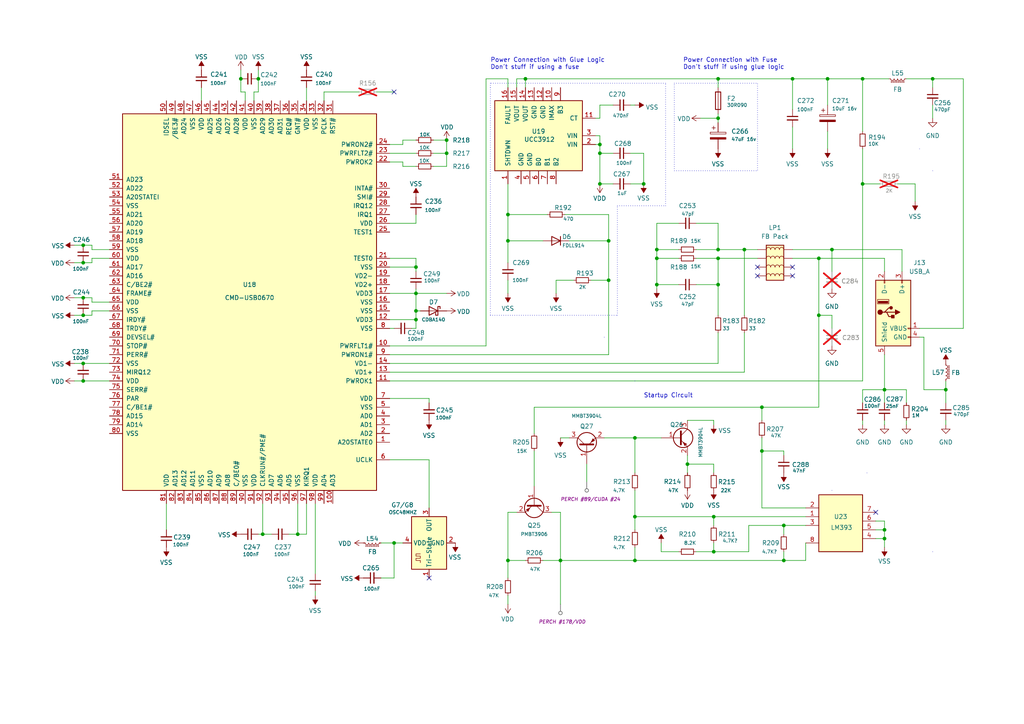
<source format=kicad_sch>
(kicad_sch (version 20230121) (generator eeschema)
  (paper "A4")
  (title_block (title "Power Macintosh G3 (Beige) Wings Personality Card USB Mod") (date "2024-07-21") (rev "1") (company "Schematic by @croissantking on the 68kMLA forums with invaluable help from @phipli"))
  (junction (at 270.51 22.86))
  (junction (at 24.13 91.44))
  (junction (at 120.65 77.47))
  (junction (at 162.56 162.56))
  (junction (at 74.93 22.86))
  (junction (at 76.2 154.94))
  (junction (at 190.5 72.39))
  (junction (at 190.5 74.93))
  (junction (at 69.85 22.86))
  (junction (at 173.99 41.91))
  (junction (at 24.13 86.36))
  (junction (at 227.33 162.56))
  (junction (at 199.39 134.62))
  (junction (at 24.13 71.12))
  (junction (at 240.03 22.86))
  (junction (at 256.54 156.21))
  (junction (at 184.15 162.56))
  (junction (at 208.28 22.86))
  (junction (at 250.19 53.34))
  (junction (at 120.65 92.71))
  (junction (at 24.13 105.41))
  (junction (at 147.32 69.85))
  (junction (at 229.87 22.86))
  (junction (at 173.99 44.45))
  (junction (at 186.69 53.34))
  (junction (at 215.9 72.39))
  (junction (at 237.49 91.44))
  (junction (at 24.13 110.49))
  (junction (at 176.53 81.28))
  (junction (at 208.28 72.39))
  (junction (at 184.15 127))
  (junction (at 152.4 22.86))
  (junction (at 120.65 90.17))
  (junction (at 147.32 162.56))
  (junction (at 237.49 74.93))
  (junction (at 220.98 118.11))
  (junction (at 147.32 62.23))
  (junction (at 256.54 153.67))
  (junction (at 207.01 149.86))
  (junction (at 129.54 40.64))
  (junction (at 24.13 76.2))
  (junction (at 241.3 72.39))
  (junction (at 250.19 22.86))
  (junction (at 190.5 82.55))
  (junction (at 274.32 113.03))
  (junction (at 173.99 53.34))
  (junction (at 184.15 149.86))
  (junction (at 208.28 74.93))
  (junction (at 256.54 113.03))
  (junction (at 176.53 69.85))
  (junction (at 114.3 157.48))
  (junction (at 207.01 160.02))
  (junction (at 208.28 82.55))
  (junction (at 208.28 34.29))
  (junction (at 86.36 154.94))
  (junction (at 120.65 85.09))
  (junction (at 129.54 44.45))
  (junction (at 227.33 152.4))
  (junction (at 220.98 130.81))
  (no_connect (at 229.87 80.01))
  (no_connect (at 219.71 77.47))
  (no_connect (at 254 148.59))
  (no_connect (at 124.46 167.64))
  (no_connect (at 219.71 80.01))
  (no_connect (at 114.3 26.67))
  (no_connect (at 229.87 77.47))
  (wire (pts (xy 71.12 26.67) (xy 71.12 29.21)))
  (wire (pts (xy 157.48 162.56) (xy 162.56 162.56)))
  (wire (pts (xy 24.13 110.49) (xy 31.75 110.49)))
  (wire (pts (xy 229.87 74.93) (xy 237.49 74.93)))
  (wire (pts (xy 256.54 121.92) (xy 256.54 123.19)))
  (wire (pts (xy 274.32 123.19) (xy 274.32 121.92)))
  (wire (pts (xy 171.45 81.28) (xy 176.53 81.28)))
  (wire (pts (xy 152.4 22.86) (xy 152.4 25.4)))
  (wire (pts (xy 270.51 25.4) (xy 270.51 22.86)))
  (wire (pts (xy 184.15 30.48) (xy 182.88 30.48)))
  (wire (pts (xy 215.9 96.52) (xy 215.9 107.95)))
  (wire (pts (xy 24.13 86.36) (xy 26.67 86.36)))
  (wire (pts (xy 208.28 22.86) (xy 208.28 25.4)))
  (wire (pts (xy 190.5 72.39) (xy 190.5 74.93)))
  (wire (pts (xy 207.01 149.86) (xy 233.68 149.86)))
  (wire (pts (xy 21.59 91.44) (xy 24.13 91.44)))
  (wire (pts (xy 208.28 74.93) (xy 208.28 82.55)))
  (wire (pts (xy 170.18 139.7) (xy 170.18 134.62)))
  (wire (pts (xy 279.4 22.86) (xy 279.4 95.25)))
  (wire (pts (xy 250.19 116.84) (xy 250.19 113.03)))
  (wire (pts (xy 229.87 22.86) (xy 240.03 22.86)))
  (wire (pts (xy 163.83 62.23) (xy 176.53 62.23)))
  (wire (pts (xy 83.82 154.94) (xy 86.36 154.94)))
  (wire (pts (xy 24.13 71.12) (xy 26.67 71.12)))
  (wire (pts (xy 73.66 29.21) (xy 73.66 26.67)))
  (wire (pts (xy 184.15 127) (xy 191.77 127)))
  (wire (pts (xy 184.15 162.56) (xy 227.33 162.56)))
  (wire (pts (xy 129.54 40.64) (xy 129.54 44.45)))
  (wire (pts (xy 113.03 115.57) (xy 124.46 115.57)))
  (wire (pts (xy 147.32 172.72) (xy 147.32 175.26)))
  (wire (pts (xy 113.03 64.77) (xy 120.65 64.77)))
  (polyline (pts (xy 193.04 59.69) (xy 193.04 24.13)) (stroke (width 0) (type dot)))
  (wire (pts (xy 173.99 30.48) (xy 177.8 30.48)))
  (wire (pts (xy 74.93 20.32) (xy 74.93 22.86)))
  (wire (pts (xy 237.49 74.93) (xy 237.49 91.44)))
  (wire (pts (xy 48.26 146.05) (xy 48.26 153.67)))
  (wire (pts (xy 176.53 62.23) (xy 176.53 69.85)))
  (wire (pts (xy 270.51 22.86) (xy 279.4 22.86)))
  (wire (pts (xy 152.4 22.86) (xy 208.28 22.86)))
  (wire (pts (xy 76.2 146.05) (xy 76.2 154.94)))
  (wire (pts (xy 113.03 107.95) (xy 215.9 107.95)))
  (wire (pts (xy 229.87 72.39) (xy 241.3 72.39)))
  (wire (pts (xy 113.03 105.41) (xy 208.28 105.41)))
  (wire (pts (xy 162.56 162.56) (xy 162.56 175.26)))
  (wire (pts (xy 74.93 154.94) (xy 76.2 154.94)))
  (wire (pts (xy 199.39 134.62) (xy 199.39 137.16)))
  (wire (pts (xy 250.19 43.18) (xy 250.19 53.34)))
  (wire (pts (xy 191.77 157.48) (xy 191.77 160.02)))
  (wire (pts (xy 274.32 113.03) (xy 274.32 110.49)))
  (wire (pts (xy 233.68 157.48) (xy 233.68 162.56)))
  (wire (pts (xy 177.8 53.34) (xy 173.99 53.34)))
  (wire (pts (xy 173.99 30.48) (xy 173.99 34.29)))
  (wire (pts (xy 69.85 26.67) (xy 71.12 26.67)))
  (wire (pts (xy 250.19 121.92) (xy 250.19 123.19)))
  (wire (pts (xy 113.03 44.45) (xy 120.65 44.45)))
  (wire (pts (xy 184.15 149.86) (xy 184.15 153.67)))
  (wire (pts (xy 26.67 91.44) (xy 24.13 91.44)))
  (wire (pts (xy 190.5 74.93) (xy 196.85 74.93)))
  (wire (pts (xy 220.98 147.32) (xy 233.68 147.32)))
  (wire (pts (xy 262.89 113.03) (xy 262.89 116.84)))
  (wire (pts (xy 207.01 160.02) (xy 207.01 157.48)))
  (wire (pts (xy 237.49 91.44) (xy 237.49 118.11)))
  (wire (pts (xy 129.54 40.64) (xy 125.73 40.64)))
  (wire (pts (xy 26.67 74.93) (xy 31.75 74.93)))
  (polyline (pts (xy 142.24 24.13) (xy 142.24 91.44)) (stroke (width 0) (type dot)))
  (wire (pts (xy 162.56 148.59) (xy 162.56 162.56)))
  (wire (pts (xy 208.28 72.39) (xy 215.9 72.39)))
  (wire (pts (xy 21.59 110.49) (xy 24.13 110.49)))
  (wire (pts (xy 149.86 25.4) (xy 149.86 22.86)))
  (wire (pts (xy 173.99 34.29) (xy 172.72 34.29)))
  (wire (pts (xy 91.44 171.45) (xy 91.44 172.72)))
  (wire (pts (xy 256.54 156.21) (xy 256.54 158.75)))
  (wire (pts (xy 267.97 113.03) (xy 274.32 113.03)))
  (wire (pts (xy 154.94 130.81) (xy 154.94 140.97)))
  (wire (pts (xy 165.1 69.85) (xy 176.53 69.85)))
  (wire (pts (xy 229.87 22.86) (xy 229.87 31.75)))
  (wire (pts (xy 129.54 44.45) (xy 129.54 48.26)))
  (wire (pts (xy 116.84 40.64) (xy 120.65 40.64)))
  (wire (pts (xy 93.98 29.21) (xy 93.98 26.67)))
  (wire (pts (xy 190.5 82.55) (xy 190.5 83.82)))
  (wire (pts (xy 227.33 152.4) (xy 227.33 154.94)))
  (wire (pts (xy 162.56 127) (xy 165.1 127)))
  (polyline (pts (xy 142.24 91.44) (xy 179.07 91.44)) (stroke (width 0) (type dot)))
  (wire (pts (xy 250.19 113.03) (xy 256.54 113.03)))
  (wire (pts (xy 120.65 62.23) (xy 120.65 64.77)))
  (wire (pts (xy 184.15 127) (xy 184.15 137.16)))
  (wire (pts (xy 256.54 74.93) (xy 256.54 78.74)))
  (wire (pts (xy 147.32 62.23) (xy 147.32 69.85)))
  (wire (pts (xy 147.32 53.34) (xy 147.32 62.23)))
  (wire (pts (xy 173.99 41.91) (xy 173.99 44.45)))
  (wire (pts (xy 161.29 81.28) (xy 161.29 85.09)))
  (wire (pts (xy 208.28 82.55) (xy 208.28 91.44)))
  (wire (pts (xy 26.67 74.93) (xy 26.67 76.2)))
  (wire (pts (xy 147.32 62.23) (xy 158.75 62.23)))
  (wire (pts (xy 266.7 95.25) (xy 279.4 95.25)))
  (wire (pts (xy 199.39 134.62) (xy 199.39 132.08)))
  (wire (pts (xy 154.94 118.11) (xy 154.94 125.73)))
  (wire (pts (xy 207.01 134.62) (xy 207.01 137.16)))
  (wire (pts (xy 113.03 41.91) (xy 116.84 41.91)))
  (wire (pts (xy 201.93 160.02) (xy 207.01 160.02)))
  (wire (pts (xy 254 151.13) (xy 256.54 151.13)))
  (wire (pts (xy 147.32 148.59) (xy 149.86 148.59)))
  (wire (pts (xy 262.89 22.86) (xy 270.51 22.86)))
  (wire (pts (xy 109.22 26.67) (xy 114.3 26.67)))
  (wire (pts (xy 182.88 44.45) (xy 186.69 44.45)))
  (wire (pts (xy 267.97 97.79) (xy 267.97 113.03)))
  (wire (pts (xy 256.54 153.67) (xy 256.54 156.21)))
  (wire (pts (xy 149.86 22.86) (xy 152.4 22.86)))
  (wire (pts (xy 190.5 82.55) (xy 196.85 82.55)))
  (wire (pts (xy 113.03 77.47) (xy 120.65 77.47)))
  (wire (pts (xy 21.59 76.2) (xy 24.13 76.2)))
  (wire (pts (xy 201.93 82.55) (xy 208.28 82.55)))
  (wire (pts (xy 240.03 22.86) (xy 250.19 22.86)))
  (wire (pts (xy 184.15 127) (xy 175.26 127)))
  (wire (pts (xy 184.15 158.75) (xy 184.15 162.56)))
  (wire (pts (xy 114.3 167.64) (xy 114.3 157.48)))
  (wire (pts (xy 177.8 44.45) (xy 173.99 44.45)))
  (wire (pts (xy 147.32 162.56) (xy 147.32 167.64)))
  (wire (pts (xy 120.65 90.17) (xy 120.65 92.71)))
  (wire (pts (xy 26.67 90.17) (xy 31.75 90.17)))
  (wire (pts (xy 147.32 25.4) (xy 147.32 22.86)))
  (wire (pts (xy 207.01 134.62) (xy 199.39 134.62)))
  (wire (pts (xy 113.03 92.71) (xy 120.65 92.71)))
  (wire (pts (xy 147.32 148.59) (xy 147.32 162.56)))
  (wire (pts (xy 186.69 44.45) (xy 186.69 53.34)))
  (wire (pts (xy 124.46 133.35) (xy 124.46 147.32)))
  (wire (pts (xy 113.03 110.49) (xy 250.19 110.49)))
  (wire (pts (xy 208.28 64.77) (xy 208.28 72.39)))
  (polyline (pts (xy 179.07 59.69) (xy 193.04 59.69)) (stroke (width 0) (type dot)))
  (wire (pts (xy 73.66 26.67) (xy 74.93 26.67)))
  (wire (pts (xy 240.03 30.48) (xy 240.03 22.86)))
  (wire (pts (xy 274.32 116.84) (xy 274.32 113.03)))
  (wire (pts (xy 250.19 22.86) (xy 257.81 22.86)))
  (wire (pts (xy 88.9 146.05) (xy 88.9 154.94)))
  (wire (pts (xy 116.84 46.99) (xy 113.03 46.99)))
  (wire (pts (xy 21.59 71.12) (xy 24.13 71.12)))
  (wire (pts (xy 120.65 83.82) (xy 120.65 85.09)))
  (wire (pts (xy 154.94 118.11) (xy 220.98 118.11)))
  (wire (pts (xy 24.13 105.41) (xy 31.75 105.41)))
  (wire (pts (xy 241.3 72.39) (xy 261.62 72.39)))
  (polyline (pts (xy 193.04 24.13) (xy 142.24 24.13)) (stroke (width 0) (type dot)))
  (wire (pts (xy 125.73 48.26) (xy 129.54 48.26)))
  (wire (pts (xy 215.9 72.39) (xy 215.9 91.44)))
  (wire (pts (xy 237.49 91.44) (xy 241.3 91.44)))
  (wire (pts (xy 120.65 92.71) (xy 120.65 95.25)))
  (wire (pts (xy 256.54 113.03) (xy 256.54 116.84)))
  (wire (pts (xy 86.36 146.05) (xy 86.36 154.94)))
  (wire (pts (xy 241.3 95.25) (xy 241.3 91.44)))
  (wire (pts (xy 113.03 133.35) (xy 124.46 133.35)))
  (wire (pts (xy 260.35 53.34) (xy 265.43 53.34)))
  (wire (pts (xy 58.42 25.4) (xy 58.42 29.21)))
  (wire (pts (xy 190.5 72.39) (xy 196.85 72.39)))
  (wire (pts (xy 91.44 146.05) (xy 91.44 166.37)))
  (wire (pts (xy 120.65 74.93) (xy 120.65 77.47)))
  (wire (pts (xy 21.59 105.41) (xy 24.13 105.41)))
  (wire (pts (xy 116.84 40.64) (xy 116.84 41.91)))
  (wire (pts (xy 227.33 130.81) (xy 227.33 132.08)))
  (wire (pts (xy 265.43 53.34) (xy 265.43 58.42)))
  (wire (pts (xy 227.33 162.56) (xy 233.68 162.56)))
  (wire (pts (xy 261.62 72.39) (xy 261.62 78.74)))
  (wire (pts (xy 256.54 102.87) (xy 256.54 113.03)))
  (wire (pts (xy 147.32 81.28) (xy 147.32 85.09)))
  (wire (pts (xy 250.19 53.34) (xy 250.19 110.49)))
  (wire (pts (xy 113.03 74.93) (xy 120.65 74.93)))
  (wire (pts (xy 74.93 22.86) (xy 74.93 26.67)))
  (polyline (pts (xy 179.07 91.44) (xy 179.07 59.69)) (stroke (width 0) (type dot)))
  (wire (pts (xy 116.84 48.26) (xy 116.84 46.99)))
  (wire (pts (xy 140.97 22.86) (xy 140.97 100.33)))
  (wire (pts (xy 256.54 151.13) (xy 256.54 153.67)))
  (wire (pts (xy 227.33 152.4) (xy 233.68 152.4)))
  (wire (pts (xy 88.9 25.4) (xy 88.9 29.21)))
  (wire (pts (xy 173.99 39.37) (xy 172.72 39.37)))
  (wire (pts (xy 26.67 90.17) (xy 26.67 91.44)))
  (wire (pts (xy 120.65 95.25) (xy 119.38 95.25)))
  (wire (pts (xy 176.53 69.85) (xy 176.53 81.28)))
  (wire (pts (xy 201.93 72.39) (xy 208.28 72.39)))
  (wire (pts (xy 113.03 95.25) (xy 114.3 95.25)))
  (wire (pts (xy 196.85 160.02) (xy 191.77 160.02)))
  (wire (pts (xy 237.49 74.93) (xy 256.54 74.93)))
  (wire (pts (xy 110.49 157.48) (xy 114.3 157.48)))
  (wire (pts (xy 208.28 22.86) (xy 229.87 22.86)))
  (wire (pts (xy 69.85 22.86) (xy 69.85 26.67)))
  (wire (pts (xy 220.98 130.81) (xy 220.98 147.32)))
  (wire (pts (xy 220.98 127) (xy 220.98 130.81)))
  (wire (pts (xy 227.33 160.02) (xy 227.33 162.56)))
  (wire (pts (xy 121.92 90.17) (xy 120.65 90.17)))
  (wire (pts (xy 120.65 85.09) (xy 129.54 85.09)))
  (wire (pts (xy 256.54 113.03) (xy 262.89 113.03)))
  (wire (pts (xy 186.69 53.34) (xy 182.88 53.34)))
  (wire (pts (xy 208.28 96.52) (xy 208.28 105.41)))
  (wire (pts (xy 120.65 77.47) (xy 120.65 78.74)))
  (wire (pts (xy 110.49 167.64) (xy 114.3 167.64)))
  (wire (pts (xy 26.67 72.39) (xy 26.67 71.12)))
  (wire (pts (xy 262.89 121.92) (xy 262.89 123.19)))
  (wire (pts (xy 21.59 86.36) (xy 24.13 86.36)))
  (wire (pts (xy 76.2 154.94) (xy 78.74 154.94)))
  (wire (pts (xy 166.37 81.28) (xy 161.29 81.28)))
  (wire (pts (xy 215.9 72.39) (xy 219.71 72.39)))
  (wire (pts (xy 162.56 162.56) (xy 184.15 162.56)))
  (wire (pts (xy 208.28 33.02) (xy 208.28 34.29)))
  (wire (pts (xy 201.93 74.93) (xy 208.28 74.93)))
  (wire (pts (xy 160.02 148.59) (xy 162.56 148.59)))
  (wire (pts (xy 124.46 116.84) (xy 124.46 115.57)))
  (wire (pts (xy 31.75 72.39) (xy 26.67 72.39)))
  (wire (pts (xy 220.98 118.11) (xy 220.98 121.92)))
  (wire (pts (xy 26.67 87.63) (xy 26.67 86.36)))
  (wire (pts (xy 254 153.67) (xy 256.54 153.67)))
  (wire (pts (xy 120.65 85.09) (xy 120.65 90.17)))
  (wire (pts (xy 190.5 74.93) (xy 190.5 82.55)))
  (wire (pts (xy 208.28 74.93) (xy 219.71 74.93)))
  (wire (pts (xy 86.36 154.94) (xy 88.9 154.94)))
  (wire (pts (xy 199.39 121.92) (xy 207.01 121.92)))
  (wire (pts (xy 113.03 85.09) (xy 120.65 85.09)))
  (wire (pts (xy 190.5 64.77) (xy 196.85 64.77)))
  (wire (pts (xy 227.33 130.81) (xy 220.98 130.81)))
  (wire (pts (xy 173.99 39.37) (xy 173.99 41.91)))
  (wire (pts (xy 254 156.21) (xy 256.54 156.21)))
  (wire (pts (xy 217.17 160.02) (xy 217.17 152.4)))
  (wire (pts (xy 114.3 157.48) (xy 116.84 157.48)))
  (wire (pts (xy 173.99 44.45) (xy 173.99 53.34)))
  (wire (pts (xy 208.28 34.29) (xy 208.28 35.56)))
  (wire (pts (xy 176.53 81.28) (xy 176.53 102.87)))
  (wire (pts (xy 147.32 69.85) (xy 157.48 69.85)))
  (wire (pts (xy 173.99 41.91) (xy 172.72 41.91)))
  (wire (pts (xy 116.84 48.26) (xy 120.65 48.26)))
  (wire (pts (xy 229.87 36.83) (xy 229.87 43.18)))
  (wire (pts (xy 250.19 22.86) (xy 250.19 38.1)))
  (wire (pts (xy 113.03 100.33) (xy 140.97 100.33)))
  (wire (pts (xy 184.15 149.86) (xy 207.01 149.86)))
  (wire (pts (xy 217.17 152.4) (xy 227.33 152.4)))
  (wire (pts (xy 184.15 142.24) (xy 184.15 149.86)))
  (wire (pts (xy 147.32 22.86) (xy 140.97 22.86)))
  (wire (pts (xy 240.03 38.1) (xy 240.03 43.18)))
  (wire (pts (xy 207.01 160.02) (xy 217.17 160.02)))
  (wire (pts (xy 220.98 118.11) (xy 237.49 118.11)))
  (wire (pts (xy 207.01 121.92) (xy 207.01 123.19)))
  (wire (pts (xy 190.5 64.77) (xy 190.5 72.39)))
  (wire (pts (xy 207.01 149.86) (xy 207.01 152.4)))
  (wire (pts (xy 270.51 30.48) (xy 270.51 34.29)))
  (wire (pts (xy 93.98 26.67) (xy 104.14 26.67)))
  (wire (pts (xy 241.3 72.39) (xy 241.3 78.74)))
  (wire (pts (xy 147.32 162.56) (xy 152.4 162.56)))
  (wire (pts (xy 255.27 53.34) (xy 250.19 53.34)))
  (wire (pts (xy 147.32 69.85) (xy 147.32 76.2)))
  (wire (pts (xy 129.54 44.45) (xy 125.73 44.45)))
  (wire (pts (xy 201.93 64.77) (xy 208.28 64.77)))
  (wire (pts (xy 69.85 20.32) (xy 69.85 22.86)))
  (wire (pts (xy 113.03 102.87) (xy 176.53 102.87)))
  (wire (pts (xy 267.97 97.79) (xy 266.7 97.79)))
  (wire (pts (xy 203.2 34.29) (xy 208.28 34.29)))
  (wire (pts (xy 26.67 87.63) (xy 31.75 87.63)))
  (wire (pts (xy 26.67 76.2) (xy 24.13 76.2)))
  (rectangle (start 270.51 49.53) (end 270.51 49.53))
  (rectangle (start 142.24 25.4) (end 142.24 25.4))
  (rectangle (start 195.58 24.13) (end 219.71 49.53) (stroke (width 0) (type dot)))
  (rectangle (start 175.26 97.79) (end 175.26 97.79))
  (rectangle (start 184.15 110.49) (end 184.15 110.49))
  (rectangle (start 241.3 142.24) (end 241.3 142.24))
  (rectangle (start 270.51 160.02) (end 270.51 160.02))
  (rectangle (start 251.46 137.16) (end 251.46 137.16))
  (rectangle (start 113.03 67.31) (end 113.03 67.31))
  (rectangle (start 266.7 43.18) (end 266.7 43.18))
  (text "Startup Circuit" (at 186.69 115.57 0) (effects (font (size 1.27 1.27)) (justify left bottom)))
  (text "Power Connection with Glue Logic\nDon't stuff if using a fuse" (at 142.24 20.32 0) (effects (font (size 1.27 1.27)) (justify left bottom)))
  (text "Power Connection with Fuse\nDon't stuff if using glue logic" (at 198.12 20.32 0) (effects (font (size 1.27 1.27)) (justify left bottom)))
  (netclass_flag "" (length 2.54) (shape round) (at 170.18 139.7 180) (property "Netclass" "PERCH #89/CUDA #24" (at 162.56 144.78 0) (effects (font (size 1 1) italic) (justify left))))
  (netclass_flag "" (length 2.54) (shape round) (at 162.56 175.26 180) (property "Netclass" "PERCH #178/VDD" (at 156.21 180.34 0) (effects (font (size 1 1) italic) (justify left))))
  (symbol (lib_id "power:VDD") (at 173.99 53.34 180) (unit 1)
    (property "Reference" "#PWR012" (effects hide))
    (property "Value" "VDD" (at 175.8662 57.5502 0) (effects (justify left)))
  )
  (symbol (lib_id "Device:C_Small") (at 180.34 44.45 270) (unit 1)
    (property "Reference" "C268" (at 178.0736 41.6361 90) (effects (justify left)))
    (property "Value" "100nF" (at 178.6893 47.2907 90) (effects (font (size 1 1)) (justify left)))
  )
  (symbol (lib_id "Transistor_BJT:MMBT3906") (at 154.94 146.05 270) (unit 1)
    (property "Reference" "Q25" (at 154.94 152.4 90))
    (property "Value" "PMBT3906" (at 154.94 154.94 90) (effects (font (size 1 1))))
    (property "Footprint" "Package_TO_SOT_SMD:SOT-23" (effects hide))
    (property "Datasheet" "https://www.onsemi.com/pub/Collateral/2N3906-D.PDF" (effects hide))
  )
  (symbol (lib_id "Transistor_BJT:MMBT3906") (at 170.18 129.54 90) (unit 1)
    (property "Reference" "Q27" (at 170.1799 123.6555 90))
    (property "Value" "MMBT3904L" (at 170.18 120.65 90) (effects (font (size 1 1))))
    (property "Footprint" "Package_TO_SOT_SMD:SOT-23" (effects hide))
    (property "Datasheet" "https://www.onsemi.com/pub/Collateral/2N3906-D.PDF" (effects hide))
  )
  (symbol (lib_id "Device:C_Small") (at 124.46 119.38 180) (unit 1)
    (property "Reference" "C245" (at 131.5449 118.9889 0) (effects (justify left)))
    (property "Value" "100nF" (at 131.1109 121.1465 0) (effects (font (size 1 1)) (justify left)))
  )
  (symbol (lib_id "power:VSS") (at 227.33 137.16 180) (unit 1)
    (property "Reference" "#PWR07" (effects hide))
    (property "Value" "VSS" (at 227.3309 141.2079 0))
  )
  (symbol (lib_id "power:VSS") (at 74.93 20.32 0) (unit 1)
    (property "Reference" "#PWR030" (effects hide))
    (property "Value" "VSS" (at 74.93 16.51 0))
  )
  (symbol (lib_id "Device:R_Small") (at 106.68 26.67 90) (unit 1) (dnp yes)
    (property "Reference" "R156" (at 109.22 24.13 90) (effects (justify left)))
    (property "Value" "470" (effects hide))
  )
  (symbol (lib_id "Device:R_Small") (at 257.81 53.34 270) (unit 1) (dnp yes)
    (property "Reference" "R195" (at 255.9613 51.1432 90) (effects (justify left)))
    (property "Value" "2K" (at 256.8505 55.3229 90) (effects (font (size 1 1)) (justify left)))
  )
  (symbol (lib_id "power:VSS") (at 120.65 57.15 0) (unit 1)
    (property "Reference" "#PWR09" (effects hide))
    (property "Value" "VSS" (at 120.65 53.34 0))
  )
  (symbol (lib_id "Device:R_Small") (at 147.32 170.18 180) (unit 1)
    (property "Reference" "R208" (at 146.05 170.18 0) (effects (justify left)))
    (property "Value" "47K" (at 144.78 172.72 0) (effects (font (size 1 1)) (justify left)))
  )
  (symbol (lib_id "Device:R_Small") (at 123.19 40.64 90) (unit 1)
    (property "Reference" "R218" (at 136.3598 40.6748 90) (effects (justify left)))
    (property "Value" "10K" (at 124.7672 39.048 90) (effects (font (size 1 1)) (justify left)))
  )
  (symbol (lib_id "power:VSS") (at 265.43 58.42 180) (unit 1)
    (property "Reference" "#PWR025" (effects hide))
    (property "Value" "VSS" (at 265.3969 62.8155 0))
  )
  (symbol (lib_id "Device:R_Small") (at 168.91 81.28 270) (unit 1)
    (property "Reference" "R193" (at 167.0804 79.2699 90) (effects (justify left)))
    (property "Value" "2K" (at 167.9063 83.2509 90) (effects (font (size 1 1)) (justify left)))
  )
  (symbol (lib_id "power:VSS") (at 207.01 142.24 180) (unit 1)
    (property "Reference" "#PWR019" (effects hide))
    (property "Value" "VSS" (at 207.0126 146.571 0))
  )
  (symbol (lib_id "power:VSS") (at 190.5 83.82 180) (unit 1)
    (property "Reference" "#PWR017" (effects hide))
    (property "Value" "VSS" (at 190.4669 88.2155 0))
  )
  (symbol (lib_id "Device:R_Small") (at 123.19 48.26 90) (unit 1)
    (property "Reference" "R216" (at 136.3598 48.2948 90) (effects (justify left)))
    (property "Value" "10K" (at 124.65 46.635 90) (effects (font (size 1 1)) (justify left)))
  )
  (symbol (lib_id "Connector:USB_A") (at 259.08 92.71 0) (unit 1)
    (property "Reference" "J13" (at 266.7 76.2 0))
    (property "Value" "USB_A" (at 266.7 78.74 0))
    (property "Datasheet" " ~" (effects hide))
  )
  (symbol (lib_id "power:VSS") (at 48.26 158.75 180) (unit 1)
    (property "Reference" "#PWR011" (effects hide))
    (property "Value" "VSS" (at 48.2269 163.1455 0))
  )
  (symbol (lib_id "power:VSS") (at 274.32 105.41 0) (unit 1)
    (property "Reference" "#PWR048" (effects hide))
    (property "Value" "VSS" (at 274.32 101.6 0))
  )
  (symbol (lib_id "power:VSS") (at 240.03 43.18 180) (unit 1)
    (property "Reference" "#PWR023" (effects hide))
    (property "Value" "VSS" (at 239.9969 47.5755 0))
  )
  (symbol (lib_id "Device:L_Pack04") (at 224.79 77.47 90) (mirror x) (unit 1)
    (property "Reference" "LP1" (at 224.79 66.04 90))
    (property "Value" "FB Pack" (at 224.79 68.58 90))
  )
  (symbol (lib_id "Device:R_Small") (at 154.94 162.56 270) (unit 1)
    (property "Reference" "R206" (at 152.4398 160.3613 90) (effects (justify left)))
    (property "Value" "47K" (at 153.67 165.1 90) (effects (font (size 1 1)) (justify left)))
  )
  (symbol (lib_name "GND_1") (lib_id "power:GND") (at 270.51 34.29 0) (unit 1)
    (property "Reference" "#PWR03" (effects hide))
    (property "Value" "GND" (at 270.51 39.37 0))
  )
  (symbol (lib_id "power:VSS") (at 21.59 91.44 90) (unit 1)
    (property "Reference" "#PWR033" (effects hide))
    (property "Value" "VSS" (at 18.6745 91.6437 90) (effects (justify left)))
  )
  (symbol (lib_id "Device:R_Small") (at 215.9 93.98 0) (unit 1)
    (property "Reference" "R182" (at 217.0199 93.0761 0) (effects (justify left)))
    (property "Value" "33" (at 217.17 95.25 0) (effects (font (size 1 1)) (justify left)))
  )
  (symbol (lib_id "power:VSS") (at 21.59 71.12 90) (unit 1)
    (property "Reference" "#PWR032" (effects hide))
    (property "Value" "VSS" (at 18.6745 71.3237 90) (effects (justify left)))
  )
  (symbol (lib_id "Device:C_Small") (at 256.54 119.38 0) (unit 1)
    (property "Reference" "C287" (at 256.9109 115.7713 0) (effects (justify left)))
    (property "Value" "25nF" (at 256.8996 117.7983 0) (effects (font (size 1 1)) (justify left)))
  )
  (symbol (lib_id "power:VSS") (at 147.32 85.09 180) (unit 1)
    (property "Reference" "#PWR015" (effects hide))
    (property "Value" "VSS" (at 147.2869 89.4855 0))
  )
  (symbol (lib_id "power:VSS") (at 162.56 127 180) (unit 1)
    (property "Reference" "#PWR038" (effects hide))
    (property "Value" "VSS" (at 162.56 132.08 0))
  )
  (symbol (lib_id "Device:R_Small") (at 262.89 119.38 0) (unit 1)
    (property "Reference" "R204" (at 264.2328 118.6372 0) (effects (justify left)))
    (property "Value" "1M" (at 264.4812 120.4817 0) (effects (font (size 1 1)) (justify left)))
  )
  (symbol (lib_id "Device:R_Small") (at 199.39 160.02 90) (unit 1)
    (property "Reference" "R210" (at 201.93 154.94 90) (effects (justify left)))
    (property "Value" "8.2K" (at 201.93 157.48 90) (effects (font (size 1 1)) (justify left)))
  )
  (symbol (lib_id "power:VSS") (at 91.44 172.72 180) (unit 1)
    (property "Reference" "#PWR018" (effects hide))
    (property "Value" "VSS" (at 91.4069 177.1155 0))
  )
  (symbol (lib_id "power:VSS") (at 229.87 43.18 180) (unit 1)
    (property "Reference" "#PWR022" (effects hide))
    (property "Value" "VSS" (at 229.8369 47.5755 0))
  )
  (symbol (lib_id "power:VSS") (at 184.15 30.48 270) (unit 1)
    (property "Reference" "#PWR014" (effects hide))
    (property "Value" "VSS" (at 187.257 31.1185 90) (effects (justify left)))
  )
  (symbol (lib_id "Device:C_Small") (at 147.32 78.74 0) (unit 1)
    (property "Reference" "C269" (at 148.59 76.2 0) (effects (justify left)))
    (property "Value" "100nF" (at 148.59 81.28 0) (effects (font (size 1 1)) (justify left)))
  )
  (symbol (lib_id "Device:L_Ferrite_Small") (at 260.35 22.86 270) (unit 1)
    (property "Reference" "L55" (at 258.5178 21.2185 90) (effects (justify left)))
    (property "Value" "FB" (at 259.0495 25.9373 90) (effects (justify left)))
  )
  (symbol (lib_id "Device:R_Small") (at 220.98 124.46 0) (unit 1)
    (property "Reference" "R207" (at 222.25 124.46 0) (effects (justify left)))
    (property "Value" "47K" (at 223.52 126.365 0) (effects (font (size 1 1)) (justify left)))
  )
  (symbol (lib_id "Device:D") (at 161.29 69.85 180) (unit 1)
    (property "Reference" "D6" (at 164.3565 68.6776 0))
    (property "Value" "FDLL914" (at 169.5936 71.2052 0) (effects (font (size 1 1)) (justify left)))
    (property "Sim.Device" "D" (effects hide))
    (property "Sim.Pins" "1=K 2=A" (effects hide))
  )
  (symbol (lib_id "MCU_Texas:LM3S6911-IQC50") (at 64.77 80.01 90) (unit 1)
    (property "Reference" "U18" (at 72.39 82.55 90))
    (property "Value" "CMD-USB0670" (at 72.39 86.36 90))
    (property "Footprint" "Package_QFP:LQFP-100_14x14mm_P0.5mm" (effects hide))
    (property "Datasheet" "http://www.bitsavers.org/components/cmd/MAN-000670-000_USB0670_673_PCI-USB_ASIC_Rev_1.8_199903.pdf" (effects hide))
  )
  (symbol (lib_id "Device:L_Ferrite_Small") (at 107.95 157.48 270) (unit 1)
    (property "Reference" "L54" (at 106.1517 156.2574 90) (effects (justify left)))
    (property "Value" "FB" (at 106.7269 160.0442 90) (effects (justify left)))
  )
  (symbol (lib_id "Device:C_Small") (at 88.9 22.86 0) (unit 1)
    (property "Reference" "C240" (at 91.44 21.59 0) (effects (justify left)))
    (property "Value" "100nF" (at 91.44 24.13 0) (effects (font (size 1 1)) (justify left)))
  )
  (symbol (lib_id "Device:R_Small") (at 199.39 74.93 270) (unit 1)
    (property "Reference" "R188" (at 194.31 77.47 90) (effects (justify left)))
    (property "Value" "15K" (at 200.2803 77.2702 90) (effects (font (size 1 1)) (justify left)))
  )
  (symbol (lib_id "Device:C_Small") (at 91.44 168.91 180) (unit 1)
    (property "Reference" "C243" (at 88.1812 168.0678 0) (effects (justify left)))
    (property "Value" "100nF" (at 88.4453 170.141 0) (effects (font (size 1 1)) (justify left)))
  )
  (symbol (lib_name "GND_1") (lib_id "power:GND") (at 241.3 100.33 0) (unit 1)
    (property "Reference" "#PWR021" (effects hide))
    (property "Value" "GND" (at 241.3 105.41 0))
  )
  (symbol (lib_id "power:VSS") (at 69.85 154.94 90) (unit 1)
    (property "Reference" "#PWR036" (effects hide))
    (property "Value" "VSS" (at 66.9345 155.1437 90) (effects (justify left)))
  )
  (symbol (lib_id "Device:R_Small") (at 199.39 139.7 180) (unit 1)
    (property "Reference" "R214" (at 197.6184 139.6883 0) (effects (justify left)))
    (property "Value" "47K" (at 196.85 142.24 0) (effects (font (size 1 1)) (justify left)))
  )
  (symbol (lib_id "power:VSS") (at 191.77 157.48 0) (unit 1)
    (property "Reference" "#PWR028" (effects hide))
    (property "Value" "VSS" (at 191.77 153.67 0))
  )
  (symbol (lib_id "Device:R_Small") (at 161.29 62.23 90) (unit 1)
    (property "Reference" "R192" (at 165.8927 60.2597 90) (effects (justify left)))
    (property "Value" "470" (at 166.37 63.5 90) (effects (font (size 1 1)) (justify left)))
  )
  (symbol (lib_name "LTC1865-S8_1") (lib_id "Analog_ADC:LTC1865-S8") (at 149.86 35.56 0) (unit 1)
    (property "Reference" "U19" (at 156.21 38.1 0))
    (property "Value" "UCC3912" (at 151.9995 40.4433 0) (effects (justify left)))
    (property "Footprint" "Package_SO:SOIC-8_3.9x4.9mm_P1.27mm" (effects hide))
    (property "Datasheet" "https://www.analog.com/media/en/technical-documentation/data-sheets/18645fb.pdf" (effects hide))
  )
  (symbol (lib_id "Device:C_Small") (at 24.13 73.66 180) (unit 1)
    (property "Reference" "C246" (at 26.1779 69.5144 0) (effects (justify left)))
    (property "Value" "100nF" (at 25.8525 77.9759 0) (effects (font (size 1 1)) (justify left)))
  )
  (symbol (lib_id "power:VSS") (at 88.9 20.32 0) (unit 1)
    (property "Reference" "#PWR029" (effects hide))
    (property "Value" "VSS" (at 88.9 16.51 0))
  )
  (symbol (lib_id "Device:C_Small") (at 24.13 107.95 180) (unit 1)
    (property "Reference" "C238" (at 25.8599 102.0636 0) (effects (justify left)))
    (property "Value" "100nF" (at 25.8599 103.846 0) (effects (font (size 1 1)) (justify left)))
  )
  (symbol (lib_id "Device:R_Small") (at 184.15 139.7 0) (unit 1)
    (property "Reference" "R213" (at 177.8 139.7 0) (effects (justify left)))
    (property "Value" "4.7K" (at 177.8 142.24 0) (effects (font (size 1 1)) (justify left)))
  )
  (symbol (lib_name "C_Polarized_1") (lib_id "Device:C_Polarized") (at 208.28 39.37 0) (unit 1)
    (property "Reference" "C266" (at 212.09 38.1 0) (effects (justify left)))
    (property "Value" "47uF 16v" (at 212.09 40.386 0) (effects (font (size 1 1)) (justify left)))
  )
  (symbol (lib_id "Device:R_Small") (at 207.01 139.7 180) (unit 1)
    (property "Reference" "R215" (at 213.3336 139.775 0) (effects (justify left)))
    (property "Value" "22K" (at 212.09 142.24 0) (effects (font (size 1 1)) (justify left)))
  )
  (symbol (lib_id "power:VSS") (at 58.42 20.32 0) (unit 1)
    (property "Reference" "#PWR031" (effects hide))
    (property "Value" "VSS" (at 58.42 16.51 0))
  )
  (symbol (lib_id "Device:C_Small") (at 241.3 81.28 0) (unit 1) (dnp yes)
    (property "Reference" "C284" (at 243.9665 81.5497 0) (effects (justify left)))
    (property "Value" "???" (effects hide))
  )
  (symbol (lib_id "power:VSS") (at 161.29 85.09 180) (unit 1)
    (property "Reference" "#PWR016" (effects hide))
    (property "Value" "VSS" (at 161.2569 89.4855 0))
  )
  (symbol (lib_id "power:VDD") (at 147.32 175.26 180) (unit 1)
    (property "Reference" "#PWR040" (effects hide))
    (property "Value" "VDD" (at 149.1794 179.5701 0) (effects (justify left)))
  )
  (symbol (lib_id "Device:R_Small") (at 250.19 40.64 0) (unit 1)
    (property "Reference" "R194" (at 251.82 39.8404 0) (effects (justify left)))
    (property "Value" "10K" (at 251.82 41.7454 0) (effects (font (size 1 1)) (justify left)))
  )
  (symbol (lib_id "power:VDD") (at 199.39 142.24 180) (unit 1)
    (property "Reference" "#PWR047" (effects hide))
    (property "Value" "VDD" (at 201.3249 146.6143 0) (effects (justify left)))
  )
  (symbol (lib_id "Device:R_Small") (at 184.15 156.21 0) (unit 1)
    (property "Reference" "R212" (at 177.8 156.21 0) (effects (justify left)))
    (property "Value" "4.7K" (at 177.8 158.75 0) (effects (font (size 1 1)) (justify left)))
  )
  (symbol (lib_id "Device:R_Small") (at 227.33 157.48 0) (unit 1)
    (property "Reference" "R209" (at 220.98 157.48 0) (effects (justify left)))
    (property "Value" "4.7K?" (at 220.98 160.02 0) (effects (font (size 1 1)) (justify left)))
  )
  (symbol (lib_id "Device:R_Small") (at 199.39 72.39 270) (unit 1)
    (property "Reference" "R189" (at 194.31 69.85 90) (effects (justify left)))
    (property "Value" "15K" (at 200.2803 69.8922 90) (effects (font (size 1 1)) (justify left)))
  )
  (symbol (lib_id "Device:C_Polarized") (at 240.03 34.29 0) (unit 1)
    (property "Reference" "C271" (at 241.3 29.21 0) (effects (justify left)))
    (property "Value" "10uF 16v" (at 241.3 31.496 0) (effects (font (size 1 1)) (justify left)))
  )
  (symbol (lib_id "Device:C_Small") (at 199.39 64.77 270) (unit 1)
    (property "Reference" "C253" (at 199.39 59.69 90))
    (property "Value" "47pF" (at 197.639 62.0392 90) (effects (font (size 1 1)) (justify left)))
  )
  (symbol (lib_id "Device:C_Small") (at 180.34 30.48 90) (unit 1)
    (property "Reference" "C270" (at 181.56 27.3671 90) (effects (justify left)))
    (property "Value" "470nF" (at 182.5102 33.5597 90) (effects (font (size 1 1)) (justify left)))
  )
  (symbol (lib_id "Device:R_Small") (at 123.19 44.45 90) (unit 1)
    (property "Reference" "R217" (at 136.3598 44.4848 90) (effects (justify left)))
    (property "Value" "10K" (at 124.7027 42.8382 90) (effects (font (size 1 1)) (justify left)))
  )
  (symbol (lib_id "power:VDD") (at 105.41 157.48 90) (unit 1)
    (property "Reference" "#PWR041" (effects hide))
    (property "Value" "VDD" (at 101.966 157.6462 90) (effects (justify left)))
  )
  (symbol (lib_id "power:VDD") (at 21.59 110.49 90) (unit 1)
    (property "Reference" "#PWR042" (effects hide))
    (property "Value" "VDD" (at 18.6877 110.6591 90) (effects (justify left)))
  )
  (symbol (lib_id "power:VSS") (at 256.54 158.75 180) (unit 1)
    (property "Reference" "#PWR020" (effects hide))
    (property "Value" "VSS" (at 256.5409 162.7979 0))
  )
  (symbol (lib_id "Device:R_Small") (at 154.94 128.27 0) (unit 1)
    (property "Reference" "R205" (at 148.59 128.27 0) (effects (justify left)))
    (property "Value" "15K" (at 149.86 130.81 0) (effects (font (size 1 1)) (justify left)))
  )
  (symbol (lib_id "Device:C_Small") (at 58.42 22.86 0) (unit 1)
    (property "Reference" "C241" (at 60.96 21.59 0) (effects (justify left)))
    (property "Value" "100nF" (at 60.96 24.13 0) (effects (font (size 1 1)) (justify left)))
  )
  (symbol (lib_id "Device:C_Small") (at 199.39 82.55 270) (unit 1)
    (property "Reference" "C252" (at 199.3949 86.0814 90))
    (property "Value" "47pF" (at 197.5639 88.2048 90) (effects (font (size 1 1)) (justify left)))
  )
  (symbol (lib_id "Device:C_Small") (at 107.95 167.64 90) (unit 1)
    (property "Reference" "C265" (at 110.1518 164.7376 90) (effects (justify left)))
    (property "Value" "100nF" (at 110.2908 170.7848 90) (effects (font (size 1 1)) (justify left)))
  )
  (symbol (lib_id "power:VDD") (at 21.59 86.36 90) (unit 1)
    (property "Reference" "#PWR043" (effects hide))
    (property "Value" "VDD" (at 18.6877 86.5291 90) (effects (justify left)))
  )
  (symbol (lib_name "GND_1") (lib_id "power:GND") (at 256.54 123.19 0) (unit 1)
    (property "Reference" "#PWR02" (effects hide))
    (property "Value" "GND" (at 256.54 128.27 0))
  )
  (symbol (lib_name "GND_1") (lib_id "power:GND") (at 274.32 123.19 0) (unit 1)
    (property "Reference" "#PWR05" (effects hide))
    (property "Value" "GND" (at 274.32 128.27 0))
  )
  (symbol (lib_id "Device:Fuse") (at 208.28 29.21 0) (unit 1)
    (property "Reference" "F2" (at 210.82 28.575 0) (effects (justify left)))
    (property "Value" "30R090" (at 210.82 30.48 0) (effects (font (size 1 1)) (justify left)))
  )
  (symbol (lib_name "GND_1") (lib_id "power:GND") (at 241.3 83.82 0) (unit 1)
    (property "Reference" "#PWR06" (effects hide))
    (property "Value" "GND" (at 241.3 88.9 0))
  )
  (symbol (lib_id "Device:C_Small") (at 116.84 95.25 270) (unit 1)
    (property "Reference" "C248" (at 118.11 96.52 90) (effects (justify left)))
    (property "Value" "100nF" (at 118.1562 98.3253 90) (effects (font (size 1 1)) (justify left)))
  )
  (symbol (lib_id "power:VSS") (at 21.59 105.41 90) (unit 1)
    (property "Reference" "#PWR034" (effects hide))
    (property "Value" "VSS" (at 18.6745 105.6137 90) (effects (justify left)))
  )
  (symbol (lib_id "power:VDD") (at 69.85 20.32 0) (unit 1)
    (property "Reference" "#PWR046" (effects hide))
    (property "Value" "VDD" (at 68.0466 16.5792 0) (effects (justify left)))
  )
  (symbol (lib_id "Device:L_Ferrite_Small") (at 274.32 107.95 0) (unit 1)
    (property "Reference" "L57" (at 270.2616 108.0306 0) (effects (justify left)))
    (property "Value" "FB" (at 275.908 108.0894 0) (effects (justify left)))
  )
  (symbol (lib_id "Device:D_Schottky") (at 125.73 90.17 0) (mirror y) (unit 1)
    (property "Reference" "D7" (at 125.73 87.63 0))
    (property "Value" "CDBA140" (at 125.73 92.71 0) (effects (font (size 1 1))))
  )
  (symbol (lib_id "power:VSS") (at 208.28 43.18 180) (unit 1)
    (property "Reference" "#PWR024" (effects hide))
    (property "Value" "VSS" (at 208.2469 47.5755 0))
  )
  (symbol (lib_id "Analog_ADC:LTC1865-S8") (at 243.84 151.13 270) (unit 1)
    (property "Reference" "U23" (at 243.84 149.86 90))
    (property "Value" "LM393" (at 240.9184 153.0144 90) (effects (justify left)))
    (property "Footprint" "Package_SO:SOIC-8_3.9x4.9mm_P1.27mm" (effects hide))
    (property "Datasheet" "https://www.analog.com/media/en/technical-documentation/data-sheets/18645fb.pdf" (effects hide))
  )
  (symbol (lib_id "Device:C_Small") (at 72.39 22.86 270) (unit 1)
    (property "Reference" "C242" (at 75.4885 21.7133 90) (effects (justify left)))
    (property "Value" "100nF" (at 75.4885 24.2533 90) (effects (font (size 1 1)) (justify left)))
  )
  (symbol (lib_id "power:VSS") (at 132.08 157.48 180) (unit 1)
    (property "Reference" "#PWR027" (effects hide))
    (property "Value" "VSS" (at 133.8411 161.6439 0) (effects (justify left)))
  )
  (symbol (lib_id "Device:R_Small") (at 207.01 154.94 0) (unit 1)
    (property "Reference" "R211" (at 208.28 154.94 0) (effects (justify left)))
    (property "Value" "4.7K?" (at 209.55 156.845 0) (effects (font (size 1 1)) (justify left)))
  )
  (symbol (lib_name "VDD_1") (lib_id "power:VDD") (at 129.54 85.09 270) (unit 1)
    (property "Reference" "#PWR010" (effects hide))
    (property "Value" "VDD3" (at 132.5052 85.257 90) (effects (justify left)))
  )
  (symbol (lib_id "power:VDD") (at 129.54 90.17 270) (unit 1)
    (property "Reference" "#PWR08" (effects hide))
    (property "Value" "VDD" (at 132.558 90.3783 90) (effects (justify left)))
  )
  (symbol (lib_id "Device:C_Small") (at 229.87 34.29 0) (unit 1)
    (property "Reference" "C272" (at 231.14 29.21 0) (effects (justify left)))
    (property "Value" "100nF" (at 231.14 31.75 0) (effects (font (size 1 1)) (justify left)))
  )
  (symbol (lib_id "Transistor_BJT:MMBT3906") (at 196.85 127 0) (unit 1)
    (property "Reference" "Q26" (at 194.31 123.19 0) (effects (justify left)))
    (property "Value" "MMBT3904L" (at 203.2 128.27 90) (effects (font (size 1 1))))
    (property "Footprint" "Package_TO_SOT_SMD:SOT-23" (effects hide))
    (property "Datasheet" "https://www.onsemi.com/pub/Collateral/2N3906-D.PDF" (effects hide))
  )
  (symbol (lib_id "power:VSS") (at 207.01 123.19 180) (unit 1)
    (property "Reference" "#PWR039" (effects hide))
    (property "Value" "VSS" (at 210.2038 124.899 0))
  )
  (symbol (lib_id "Device:C_Small") (at 180.34 53.34 270) (unit 1)
    (property "Reference" "C267" (at 177.7748 50.5014 90) (effects (justify left)))
    (property "Value" "1uF" (at 179.0035 56.0505 90) (effects (font (size 1 1)) (justify left)))
  )
  (symbol (lib_id "Device:C_Small") (at 72.39 154.94 270) (unit 1)
    (property "Reference" "C247" (at 70.4866 158.6799 90) (effects (justify left)))
    (property "Value" "100nF" (at 70.4127 160.7765 90) (effects (font (size 1 1)) (justify left)))
  )
  (symbol (lib_id "Device:C_Small") (at 48.26 156.21 180) (unit 1)
    (property "Reference" "C239" (at 55.3449 155.8189 0) (effects (justify left)))
    (property "Value" "100nF" (at 54.9109 157.9765 0) (effects (font (size 1 1)) (justify left)))
  )
  (symbol (lib_id "Device:C_Small") (at 227.33 134.62 0) (unit 1)
    (property "Reference" "C288" (at 229.6794 134.7948 0) (effects (justify left)))
    (property "Value" "47nF" (at 229.87 136.5313 0) (effects (font (size 1 1)) (justify left)))
  )
  (symbol (lib_id "Device:C_Small") (at 274.32 119.38 0) (unit 1)
    (property "Reference" "C285" (at 276.2158 118.2778 0) (effects (justify left)))
    (property "Value" "470pF" (at 276.4793 120.1709 0) (effects (font (size 1 1)) (justify left)))
  )
  (symbol (lib_id "Device:C_Small") (at 24.13 88.9 180) (unit 1)
    (property "Reference" "C244" (at 26.1779 84.7544 0) (effects (justify left)))
    (property "Value" "100nF" (at 25.8525 93.2159 0) (effects (font (size 1 1)) (justify left)))
  )
  (symbol (lib_id "Device:C_Small") (at 120.65 81.28 0) (unit 1)
    (property "Reference" "C249" (at 122.7077 79.459 0) (effects (justify left)))
    (property "Value" "100nF" (at 122.9529 81.3985 0) (effects (font (size 1 1)) (justify left)))
  )
  (symbol (lib_name "GND_1") (lib_id "power:GND") (at 250.19 123.19 0) (unit 1)
    (property "Reference" "#PWR01" (effects hide))
    (property "Value" "GND" (at 250.19 128.27 0))
  )
  (symbol (lib_id "power:VDD") (at 21.59 76.2 90) (unit 1)
    (property "Reference" "#PWR044" (effects hide))
    (property "Value" "VDD" (at 18.6877 76.3691 90) (effects (justify left)))
  )
  (symbol (lib_id "Device:C_Small") (at 250.19 119.38 0) (unit 1)
    (property "Reference" "C286" (at 250.5181 115.8554 0) (effects (justify left)))
    (property "Value" "100nF" (at 250.6208 117.7503 0) (effects (font (size 1 1)) (justify left)))
  )
  (symbol (lib_name "GND_1") (lib_id "power:GND") (at 262.89 123.19 0) (unit 1)
    (property "Reference" "#PWR04" (effects hide))
    (property "Value" "GND" (at 262.89 128.27 0))
  )
  (symbol (lib_id "Oscillator:ASCO") (at 124.46 157.48 90) (unit 1)
    (property "Reference" "G7/G8" (at 116.7178 146.4786 90))
    (property "Value" "OSC48MHZ" (at 116.84 148.59 90) (effects (font (size 1 1))))
    (property "Footprint" "Oscillator:Oscillator_SMD_Abracon_ASCO-4Pin_1.6x1.2mm" (effects hide))
    (property "Datasheet" "https://abracon.com/Oscillators/ASCO.pdf" (effects hide))
  )
  (symbol (lib_id "Device:C_Small") (at 270.51 27.94 0) (unit 1)
    (property "Reference" "C256" (at 270.7825 29.8463 0) (effects (justify left)))
    (property "Value" "470pF" (at 270.9281 31.785 0) (effects (font (size 1 1)) (justify left)))
  )
  (symbol (lib_id "Device:C_Small") (at 241.3 97.79 0) (unit 1) (dnp yes)
    (property "Reference" "C283" (at 244.2124 97.9499 0) (effects (justify left)))
    (property "Value" "???" (effects hide))
  )
  (symbol (lib_id "power:VSS") (at 105.41 167.64 90) (unit 1)
    (property "Reference" "#PWR037" (effects hide))
    (property "Value" "VSS" (at 102.4945 167.8437 90) (effects (justify left)))
  )
  (symbol (lib_id "power:VSS") (at 186.69 53.34 180) (unit 1)
    (property "Reference" "#PWR013" (effects hide))
    (property "Value" "VSS" (at 186.6539 57.4851 0))
  )
  (symbol (lib_id "power:VDD") (at 203.2 34.29 90) (unit 1)
    (property "Reference" "#PWR045" (effects hide))
    (property "Value" "VDD" (at 200.2977 34.4591 90) (effects (justify left)))
  )
  (symbol (lib_id "power:VSS") (at 124.46 121.92 180) (unit 1)
    (property "Reference" "#PWR026" (effects hide))
    (property "Value" "VSS" (at 124.4269 126.3155 0))
  )
  (symbol (lib_id "Device:C_Small") (at 81.28 154.94 270) (unit 1)
    (property "Reference" "C237" (at 79.5172 158.6799 90) (effects (justify left)))
    (property "Value" "100nF" (at 79.4433 160.7765 90) (effects (font (size 1 1)) (justify left)))
  )
  (symbol (lib_id "Device:R_Small") (at 208.28 93.98 0) (unit 1)
    (property "Reference" "R183" (at 209.4677 93.0729 0) (effects (justify left)))
    (property "Value" "33" (at 209.55 95.25 0) (effects (font (size 1 1)) (justify left)))
  )
  (symbol (lib_id "Device:C_Small") (at 120.65 59.69 0) (unit 1)
    (property "Reference" "C236" (at 123.19 58.42 0) (effects (justify left)))
    (property "Value" "100nF" (at 123.19 60.96 0) (effects (font (size 1 1)) (justify left)))
  )
  (symbol (lib_id "power:VDD") (at 129.54 40.64 0) (unit 1)
    (property "Reference" "#PWR049" (effects hide))
    (property "Value" "VDD" (at 127.7366 36.8992 0) (effects (justify left)))
  )
)
</source>
